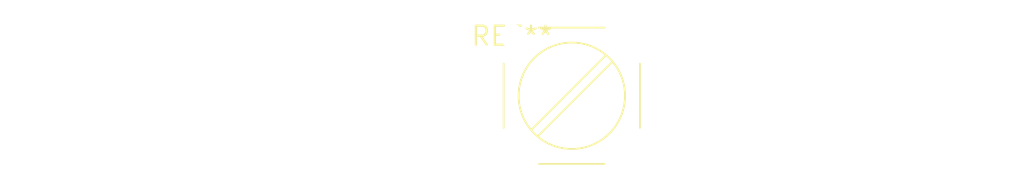
<source format=kicad_pcb>
(kicad_pcb (version 20240108) (generator pcbnew)
  (layers (0 "F.Cu" signal) (31 "B.Cu" signal) (34 "B.Paste" user) (35 "F.Paste" user) (36 "B.SilkS" user "B.Silkscreen") (37 "F.SilkS" user "F.Silkscreen") (38 "B.Mask" user) (39 "F.Mask" user) (44 "Edge.Cuts" user))
  (net 0 "")
  (footprint "TerminalBlock_MetzConnect_360425_1x01_Horizontal_ScrewM4.0_Boxed" (layer "F.Cu") (at 0 0)
    (property "Reference" "REF**")
    (property "Value" "TerminalBlock_MetzConnect_360425_1x01_Horizontal_ScrewM4.0_Boxed")
    (fp_line (start -0.56 1.855) (end -0.56 6.145) (layer "F.SilkS") (stroke (width 0.12)))
    (fp_line (start 1.796 -0.56) (end 6.204 -0.56) (layer "F.SilkS") (stroke (width 0.12)))
    (fp_line (start 1.796 8.56) (end 6.204 8.56) (layer "F.SilkS") (stroke (width 0.12)))
    (fp_line (start 6.266 1.3) (end 1.299 6.266) (layer "F.SilkS") (stroke (width 0.12)))
    (fp_line (start 6.7 1.734) (end 1.734 6.7) (layer "F.SilkS") (stroke (width 0.12)))
    (fp_line (start 8.56 1.855) (end 8.56 6.145) (layer "F.SilkS") (stroke (width 0.12)))
    (fp_circle (center 4 4) (end 7.56 4) (layer "F.SilkS") (stroke (width 0.12)) (fill none))
    (pad "1" thru_hole circle (at 0 0) (size 3.2 3.2) (drill 1.6) (layers *.Cu *.Mask) (remove_unused_layers))
    (pad "1" thru_hole circle (at 0 8) (size 3.2 3.2) (drill 1.6) (layers *.Cu *.Mask) (remove_unused_layers))
    (pad "1" thru_hole circle (at 8 0) (size 3.2 3.2) (drill 1.6) (layers *.Cu *.Mask) (remove_unused_layers))
    (pad "1" thru_hole circle (at 8 8) (size 3.2 3.2) (drill 1.6) (layers *.Cu *.Mask) (remove_unused_layers))
  )
)
</source>
